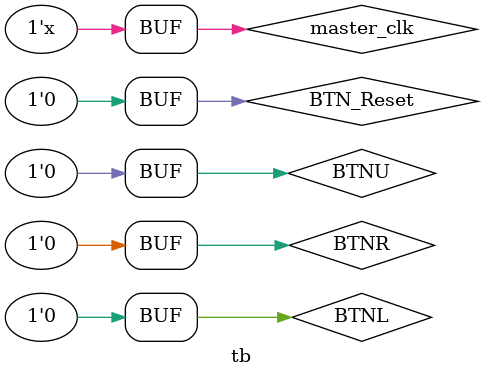
<source format=v>
`timescale 1ns / 1ps


module tb;

	// Inputs
	reg BTN_Reset;
	reg BTNL;
	reg BTNR;
	reg BTNU;
	reg master_clk;

	// Outputs
	wire Hsync;
	wire Vsync;
	wire [3:0] red;
	wire [3:0] green;
	wire [3:0] blue;

	// Instantiate the Unit Under Test (UUT)
	top uut (
		.BTN_Reset(BTN_Reset), 
		.BTNL(BTNL), 
		.BTNR(BTNR), 
		.BTNU(BTNU), 
		.master_clk(master_clk), 
		.Hsync(Hsync), 
		.Vsync(Vsync), 
		.red(red), 
		.green(green), 
		.blue(blue)
	);

	initial begin
		// Initialize Inputs
		BTN_Reset = 0;
		BTNL = 0;
		BTNR = 0;
		BTNU = 0;
		master_clk = 0;

		// Wait 100 ns for global reset to finish
		#100;
      BTN_Reset = 1;
		// Add stimulus here
		
		#1000;
      BTN_Reset = 0;
		BTNU = 1;
		
		#1000;
		BTNU = 0;
	end
   always #5 master_clk = ~master_clk;
endmodule


</source>
